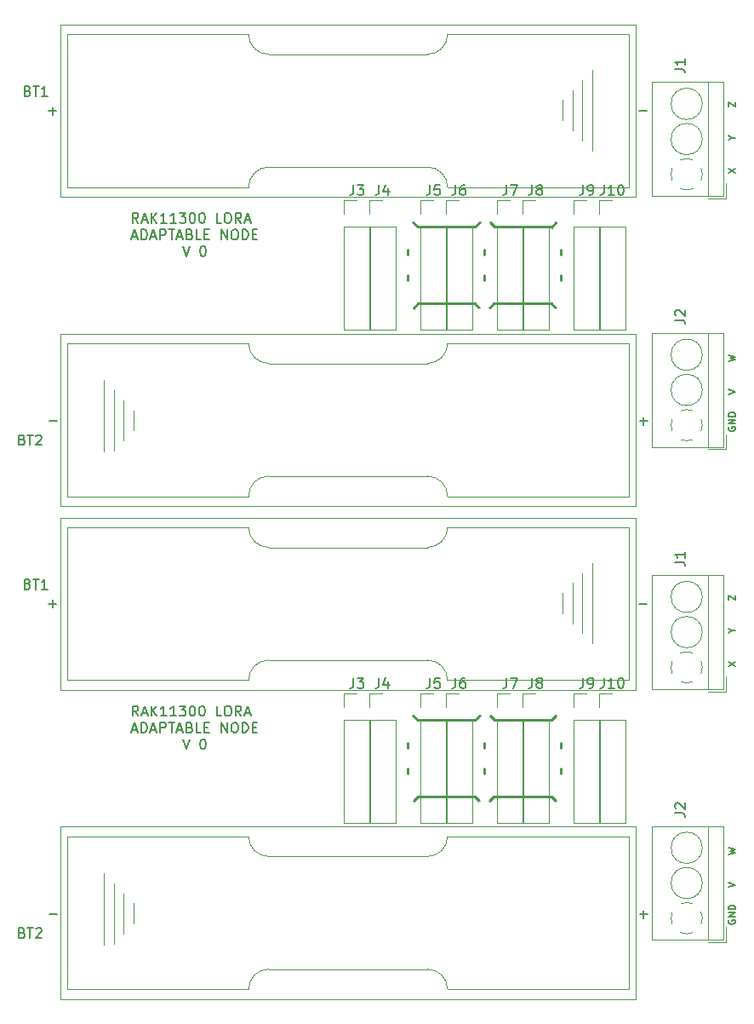
<source format=gbr>
G04 #@! TF.GenerationSoftware,KiCad,Pcbnew,5.1.5+dfsg1-2build2*
G04 #@! TF.CreationDate,2021-12-11T20:31:27-05:00*
G04 #@! TF.ProjectId,,58585858-5858-4585-9858-585858585858,rev?*
G04 #@! TF.SameCoordinates,Original*
G04 #@! TF.FileFunction,Legend,Top*
G04 #@! TF.FilePolarity,Positive*
%FSLAX46Y46*%
G04 Gerber Fmt 4.6, Leading zero omitted, Abs format (unit mm)*
G04 Created by KiCad (PCBNEW 5.1.5+dfsg1-2build2) date 2021-12-11 20:31:27*
%MOMM*%
%LPD*%
G04 APERTURE LIST*
%ADD10C,0.250000*%
%ADD11C,0.150000*%
%ADD12C,0.120000*%
%ADD13C,1.802000*%
%ADD14O,1.802000X1.802000*%
%ADD15R,2.502000X2.502000*%
%ADD16C,2.502000*%
%ADD17C,3.102000*%
%ADD18C,2.742000*%
%ADD19C,2.102000*%
%ADD20R,2.102000X2.102000*%
G04 APERTURE END LIST*
D10*
X163118800Y-115700400D02*
X157416500Y-115700400D01*
D11*
X180721866Y-110356433D02*
X181421866Y-109889766D01*
X180721866Y-109889766D02*
X181421866Y-110356433D01*
X181088533Y-106823100D02*
X181421866Y-106823100D01*
X180721866Y-107056433D02*
X181088533Y-106823100D01*
X180721866Y-106589766D01*
X180721866Y-103756433D02*
X180721866Y-103289766D01*
X181421866Y-103756433D01*
X181421866Y-103289766D01*
D10*
X163576000Y-123752200D02*
X163118800Y-123295000D01*
X156476700Y-117986400D02*
X156476700Y-118469000D01*
X149834600Y-123295000D02*
X149377400Y-123752200D01*
X155981400Y-115243200D02*
X155524200Y-115700400D01*
X157454600Y-115700400D02*
X156997400Y-115243200D01*
D11*
X122028652Y-115302880D02*
X121695319Y-114826690D01*
X121457223Y-115302880D02*
X121457223Y-114302880D01*
X121838176Y-114302880D01*
X121933414Y-114350500D01*
X121981033Y-114398119D01*
X122028652Y-114493357D01*
X122028652Y-114636214D01*
X121981033Y-114731452D01*
X121933414Y-114779071D01*
X121838176Y-114826690D01*
X121457223Y-114826690D01*
X122409604Y-115017166D02*
X122885795Y-115017166D01*
X122314366Y-115302880D02*
X122647700Y-114302880D01*
X122981033Y-115302880D01*
X123314366Y-115302880D02*
X123314366Y-114302880D01*
X123885795Y-115302880D02*
X123457223Y-114731452D01*
X123885795Y-114302880D02*
X123314366Y-114874309D01*
X124838176Y-115302880D02*
X124266747Y-115302880D01*
X124552461Y-115302880D02*
X124552461Y-114302880D01*
X124457223Y-114445738D01*
X124361985Y-114540976D01*
X124266747Y-114588595D01*
X125790557Y-115302880D02*
X125219128Y-115302880D01*
X125504842Y-115302880D02*
X125504842Y-114302880D01*
X125409604Y-114445738D01*
X125314366Y-114540976D01*
X125219128Y-114588595D01*
X126123890Y-114302880D02*
X126742938Y-114302880D01*
X126409604Y-114683833D01*
X126552461Y-114683833D01*
X126647700Y-114731452D01*
X126695319Y-114779071D01*
X126742938Y-114874309D01*
X126742938Y-115112404D01*
X126695319Y-115207642D01*
X126647700Y-115255261D01*
X126552461Y-115302880D01*
X126266747Y-115302880D01*
X126171509Y-115255261D01*
X126123890Y-115207642D01*
X127361985Y-114302880D02*
X127457223Y-114302880D01*
X127552461Y-114350500D01*
X127600080Y-114398119D01*
X127647700Y-114493357D01*
X127695319Y-114683833D01*
X127695319Y-114921928D01*
X127647700Y-115112404D01*
X127600080Y-115207642D01*
X127552461Y-115255261D01*
X127457223Y-115302880D01*
X127361985Y-115302880D01*
X127266747Y-115255261D01*
X127219128Y-115207642D01*
X127171509Y-115112404D01*
X127123890Y-114921928D01*
X127123890Y-114683833D01*
X127171509Y-114493357D01*
X127219128Y-114398119D01*
X127266747Y-114350500D01*
X127361985Y-114302880D01*
X128314366Y-114302880D02*
X128409604Y-114302880D01*
X128504842Y-114350500D01*
X128552461Y-114398119D01*
X128600080Y-114493357D01*
X128647700Y-114683833D01*
X128647700Y-114921928D01*
X128600080Y-115112404D01*
X128552461Y-115207642D01*
X128504842Y-115255261D01*
X128409604Y-115302880D01*
X128314366Y-115302880D01*
X128219128Y-115255261D01*
X128171509Y-115207642D01*
X128123890Y-115112404D01*
X128076271Y-114921928D01*
X128076271Y-114683833D01*
X128123890Y-114493357D01*
X128171509Y-114398119D01*
X128219128Y-114350500D01*
X128314366Y-114302880D01*
X130314366Y-115302880D02*
X129838176Y-115302880D01*
X129838176Y-114302880D01*
X130838176Y-114302880D02*
X131028652Y-114302880D01*
X131123890Y-114350500D01*
X131219128Y-114445738D01*
X131266747Y-114636214D01*
X131266747Y-114969547D01*
X131219128Y-115160023D01*
X131123890Y-115255261D01*
X131028652Y-115302880D01*
X130838176Y-115302880D01*
X130742938Y-115255261D01*
X130647700Y-115160023D01*
X130600080Y-114969547D01*
X130600080Y-114636214D01*
X130647700Y-114445738D01*
X130742938Y-114350500D01*
X130838176Y-114302880D01*
X132266747Y-115302880D02*
X131933414Y-114826690D01*
X131695319Y-115302880D02*
X131695319Y-114302880D01*
X132076271Y-114302880D01*
X132171509Y-114350500D01*
X132219128Y-114398119D01*
X132266747Y-114493357D01*
X132266747Y-114636214D01*
X132219128Y-114731452D01*
X132171509Y-114779071D01*
X132076271Y-114826690D01*
X131695319Y-114826690D01*
X132647700Y-115017166D02*
X133123890Y-115017166D01*
X132552461Y-115302880D02*
X132885795Y-114302880D01*
X133219128Y-115302880D01*
X121433414Y-116667166D02*
X121909604Y-116667166D01*
X121338176Y-116952880D02*
X121671509Y-115952880D01*
X122004842Y-116952880D01*
X122338176Y-116952880D02*
X122338176Y-115952880D01*
X122576271Y-115952880D01*
X122719128Y-116000500D01*
X122814366Y-116095738D01*
X122861985Y-116190976D01*
X122909604Y-116381452D01*
X122909604Y-116524309D01*
X122861985Y-116714785D01*
X122814366Y-116810023D01*
X122719128Y-116905261D01*
X122576271Y-116952880D01*
X122338176Y-116952880D01*
X123290557Y-116667166D02*
X123766747Y-116667166D01*
X123195319Y-116952880D02*
X123528652Y-115952880D01*
X123861985Y-116952880D01*
X124195319Y-116952880D02*
X124195319Y-115952880D01*
X124576271Y-115952880D01*
X124671509Y-116000500D01*
X124719128Y-116048119D01*
X124766747Y-116143357D01*
X124766747Y-116286214D01*
X124719128Y-116381452D01*
X124671509Y-116429071D01*
X124576271Y-116476690D01*
X124195319Y-116476690D01*
X125052461Y-115952880D02*
X125623890Y-115952880D01*
X125338176Y-116952880D02*
X125338176Y-115952880D01*
X125909604Y-116667166D02*
X126385795Y-116667166D01*
X125814366Y-116952880D02*
X126147700Y-115952880D01*
X126481033Y-116952880D01*
X127147700Y-116429071D02*
X127290557Y-116476690D01*
X127338176Y-116524309D01*
X127385795Y-116619547D01*
X127385795Y-116762404D01*
X127338176Y-116857642D01*
X127290557Y-116905261D01*
X127195319Y-116952880D01*
X126814366Y-116952880D01*
X126814366Y-115952880D01*
X127147700Y-115952880D01*
X127242938Y-116000500D01*
X127290557Y-116048119D01*
X127338176Y-116143357D01*
X127338176Y-116238595D01*
X127290557Y-116333833D01*
X127242938Y-116381452D01*
X127147700Y-116429071D01*
X126814366Y-116429071D01*
X128290557Y-116952880D02*
X127814366Y-116952880D01*
X127814366Y-115952880D01*
X128623890Y-116429071D02*
X128957223Y-116429071D01*
X129100080Y-116952880D02*
X128623890Y-116952880D01*
X128623890Y-115952880D01*
X129100080Y-115952880D01*
X130290557Y-116952880D02*
X130290557Y-115952880D01*
X130861985Y-116952880D01*
X130861985Y-115952880D01*
X131528652Y-115952880D02*
X131719128Y-115952880D01*
X131814366Y-116000500D01*
X131909604Y-116095738D01*
X131957223Y-116286214D01*
X131957223Y-116619547D01*
X131909604Y-116810023D01*
X131814366Y-116905261D01*
X131719128Y-116952880D01*
X131528652Y-116952880D01*
X131433414Y-116905261D01*
X131338176Y-116810023D01*
X131290557Y-116619547D01*
X131290557Y-116286214D01*
X131338176Y-116095738D01*
X131433414Y-116000500D01*
X131528652Y-115952880D01*
X132385795Y-116952880D02*
X132385795Y-115952880D01*
X132623890Y-115952880D01*
X132766747Y-116000500D01*
X132861985Y-116095738D01*
X132909604Y-116190976D01*
X132957223Y-116381452D01*
X132957223Y-116524309D01*
X132909604Y-116714785D01*
X132861985Y-116810023D01*
X132766747Y-116905261D01*
X132623890Y-116952880D01*
X132385795Y-116952880D01*
X133385795Y-116429071D02*
X133719128Y-116429071D01*
X133861985Y-116952880D02*
X133385795Y-116952880D01*
X133385795Y-115952880D01*
X133861985Y-115952880D01*
X126457223Y-117602880D02*
X126790557Y-118602880D01*
X127123890Y-117602880D01*
X128409604Y-117602880D02*
X128504842Y-117602880D01*
X128600080Y-117650500D01*
X128647700Y-117698119D01*
X128695319Y-117793357D01*
X128742938Y-117983833D01*
X128742938Y-118221928D01*
X128695319Y-118412404D01*
X128647700Y-118507642D01*
X128600080Y-118555261D01*
X128504842Y-118602880D01*
X128409604Y-118602880D01*
X128314366Y-118555261D01*
X128266747Y-118507642D01*
X128219128Y-118412404D01*
X128171509Y-118221928D01*
X128171509Y-117983833D01*
X128219128Y-117793357D01*
X128266747Y-117698119D01*
X128314366Y-117650500D01*
X128409604Y-117602880D01*
D10*
X156476700Y-120526400D02*
X156476700Y-121009000D01*
X164096700Y-120513700D02*
X164096700Y-120996300D01*
X155524200Y-123295000D02*
X149821900Y-123295000D01*
X148856700Y-117973700D02*
X148856700Y-118456300D01*
X163550600Y-115268600D02*
X163093400Y-115725800D01*
X148856700Y-120513700D02*
X148856700Y-120996300D01*
X155968700Y-123752200D02*
X155511500Y-123295000D01*
X149809200Y-115700400D02*
X149352000Y-115243200D01*
X155536900Y-115700400D02*
X149834600Y-115700400D01*
X157416500Y-123295000D02*
X156959300Y-123752200D01*
D11*
X180755200Y-135589766D02*
X180721866Y-135656433D01*
X180721866Y-135756433D01*
X180755200Y-135856433D01*
X180821866Y-135923100D01*
X180888533Y-135956433D01*
X181021866Y-135989766D01*
X181121866Y-135989766D01*
X181255200Y-135956433D01*
X181321866Y-135923100D01*
X181388533Y-135856433D01*
X181421866Y-135756433D01*
X181421866Y-135689766D01*
X181388533Y-135589766D01*
X181355200Y-135556433D01*
X181121866Y-135556433D01*
X181121866Y-135689766D01*
X181421866Y-135256433D02*
X180721866Y-135256433D01*
X181421866Y-134856433D01*
X180721866Y-134856433D01*
X181421866Y-134523100D02*
X180721866Y-134523100D01*
X180721866Y-134356433D01*
X180755200Y-134256433D01*
X180821866Y-134189766D01*
X180888533Y-134156433D01*
X181021866Y-134123100D01*
X181121866Y-134123100D01*
X181255200Y-134156433D01*
X181321866Y-134189766D01*
X181388533Y-134256433D01*
X181421866Y-134356433D01*
X181421866Y-134523100D01*
X180721866Y-132323100D02*
X181421866Y-132089766D01*
X180721866Y-131856433D01*
X180721866Y-129023100D02*
X181421866Y-128856433D01*
X180921866Y-128723100D01*
X181421866Y-128589766D01*
X180721866Y-128423100D01*
D10*
X163131500Y-123295000D02*
X157429200Y-123295000D01*
X164096700Y-117973700D02*
X164096700Y-118456300D01*
X157454600Y-66700400D02*
X156997400Y-66243200D01*
X163550600Y-66268600D02*
X163093400Y-66725800D01*
X163118800Y-66700400D02*
X157416500Y-66700400D01*
X155981400Y-66243200D02*
X155524200Y-66700400D01*
X155536900Y-66700400D02*
X149834600Y-66700400D01*
X149809200Y-66700400D02*
X149352000Y-66243200D01*
X163576000Y-74752200D02*
X163118800Y-74295000D01*
X155968700Y-74752200D02*
X155511500Y-74295000D01*
X157416500Y-74295000D02*
X156959300Y-74752200D01*
X149834600Y-74295000D02*
X149377400Y-74752200D01*
X163131500Y-74295000D02*
X157429200Y-74295000D01*
X155524200Y-74295000D02*
X149821900Y-74295000D01*
X164096700Y-71513700D02*
X164096700Y-71996300D01*
X164096700Y-68973700D02*
X164096700Y-69456300D01*
X156476700Y-71526400D02*
X156476700Y-72009000D01*
X156476700Y-68986400D02*
X156476700Y-69469000D01*
X148856700Y-71513700D02*
X148856700Y-71996300D01*
X148856700Y-68973700D02*
X148856700Y-69456300D01*
D11*
X180755200Y-86589766D02*
X180721866Y-86656433D01*
X180721866Y-86756433D01*
X180755200Y-86856433D01*
X180821866Y-86923100D01*
X180888533Y-86956433D01*
X181021866Y-86989766D01*
X181121866Y-86989766D01*
X181255200Y-86956433D01*
X181321866Y-86923100D01*
X181388533Y-86856433D01*
X181421866Y-86756433D01*
X181421866Y-86689766D01*
X181388533Y-86589766D01*
X181355200Y-86556433D01*
X181121866Y-86556433D01*
X181121866Y-86689766D01*
X181421866Y-86256433D02*
X180721866Y-86256433D01*
X181421866Y-85856433D01*
X180721866Y-85856433D01*
X181421866Y-85523100D02*
X180721866Y-85523100D01*
X180721866Y-85356433D01*
X180755200Y-85256433D01*
X180821866Y-85189766D01*
X180888533Y-85156433D01*
X181021866Y-85123100D01*
X181121866Y-85123100D01*
X181255200Y-85156433D01*
X181321866Y-85189766D01*
X181388533Y-85256433D01*
X181421866Y-85356433D01*
X181421866Y-85523100D01*
X180721866Y-83323100D02*
X181421866Y-83089766D01*
X180721866Y-82856433D01*
X180721866Y-80023100D02*
X181421866Y-79856433D01*
X180921866Y-79723100D01*
X181421866Y-79589766D01*
X180721866Y-79423100D01*
X180721866Y-61356433D02*
X181421866Y-60889766D01*
X180721866Y-60889766D02*
X181421866Y-61356433D01*
X181088533Y-57823100D02*
X181421866Y-57823100D01*
X180721866Y-58056433D02*
X181088533Y-57823100D01*
X180721866Y-57589766D01*
X180721866Y-54756433D02*
X180721866Y-54289766D01*
X181421866Y-54756433D01*
X181421866Y-54289766D01*
X122028652Y-66302880D02*
X121695319Y-65826690D01*
X121457223Y-66302880D02*
X121457223Y-65302880D01*
X121838176Y-65302880D01*
X121933414Y-65350500D01*
X121981033Y-65398119D01*
X122028652Y-65493357D01*
X122028652Y-65636214D01*
X121981033Y-65731452D01*
X121933414Y-65779071D01*
X121838176Y-65826690D01*
X121457223Y-65826690D01*
X122409604Y-66017166D02*
X122885795Y-66017166D01*
X122314366Y-66302880D02*
X122647700Y-65302880D01*
X122981033Y-66302880D01*
X123314366Y-66302880D02*
X123314366Y-65302880D01*
X123885795Y-66302880D02*
X123457223Y-65731452D01*
X123885795Y-65302880D02*
X123314366Y-65874309D01*
X124838176Y-66302880D02*
X124266747Y-66302880D01*
X124552461Y-66302880D02*
X124552461Y-65302880D01*
X124457223Y-65445738D01*
X124361985Y-65540976D01*
X124266747Y-65588595D01*
X125790557Y-66302880D02*
X125219128Y-66302880D01*
X125504842Y-66302880D02*
X125504842Y-65302880D01*
X125409604Y-65445738D01*
X125314366Y-65540976D01*
X125219128Y-65588595D01*
X126123890Y-65302880D02*
X126742938Y-65302880D01*
X126409604Y-65683833D01*
X126552461Y-65683833D01*
X126647700Y-65731452D01*
X126695319Y-65779071D01*
X126742938Y-65874309D01*
X126742938Y-66112404D01*
X126695319Y-66207642D01*
X126647700Y-66255261D01*
X126552461Y-66302880D01*
X126266747Y-66302880D01*
X126171509Y-66255261D01*
X126123890Y-66207642D01*
X127361985Y-65302880D02*
X127457223Y-65302880D01*
X127552461Y-65350500D01*
X127600080Y-65398119D01*
X127647700Y-65493357D01*
X127695319Y-65683833D01*
X127695319Y-65921928D01*
X127647700Y-66112404D01*
X127600080Y-66207642D01*
X127552461Y-66255261D01*
X127457223Y-66302880D01*
X127361985Y-66302880D01*
X127266747Y-66255261D01*
X127219128Y-66207642D01*
X127171509Y-66112404D01*
X127123890Y-65921928D01*
X127123890Y-65683833D01*
X127171509Y-65493357D01*
X127219128Y-65398119D01*
X127266747Y-65350500D01*
X127361985Y-65302880D01*
X128314366Y-65302880D02*
X128409604Y-65302880D01*
X128504842Y-65350500D01*
X128552461Y-65398119D01*
X128600080Y-65493357D01*
X128647700Y-65683833D01*
X128647700Y-65921928D01*
X128600080Y-66112404D01*
X128552461Y-66207642D01*
X128504842Y-66255261D01*
X128409604Y-66302880D01*
X128314366Y-66302880D01*
X128219128Y-66255261D01*
X128171509Y-66207642D01*
X128123890Y-66112404D01*
X128076271Y-65921928D01*
X128076271Y-65683833D01*
X128123890Y-65493357D01*
X128171509Y-65398119D01*
X128219128Y-65350500D01*
X128314366Y-65302880D01*
X130314366Y-66302880D02*
X129838176Y-66302880D01*
X129838176Y-65302880D01*
X130838176Y-65302880D02*
X131028652Y-65302880D01*
X131123890Y-65350500D01*
X131219128Y-65445738D01*
X131266747Y-65636214D01*
X131266747Y-65969547D01*
X131219128Y-66160023D01*
X131123890Y-66255261D01*
X131028652Y-66302880D01*
X130838176Y-66302880D01*
X130742938Y-66255261D01*
X130647700Y-66160023D01*
X130600080Y-65969547D01*
X130600080Y-65636214D01*
X130647700Y-65445738D01*
X130742938Y-65350500D01*
X130838176Y-65302880D01*
X132266747Y-66302880D02*
X131933414Y-65826690D01*
X131695319Y-66302880D02*
X131695319Y-65302880D01*
X132076271Y-65302880D01*
X132171509Y-65350500D01*
X132219128Y-65398119D01*
X132266747Y-65493357D01*
X132266747Y-65636214D01*
X132219128Y-65731452D01*
X132171509Y-65779071D01*
X132076271Y-65826690D01*
X131695319Y-65826690D01*
X132647700Y-66017166D02*
X133123890Y-66017166D01*
X132552461Y-66302880D02*
X132885795Y-65302880D01*
X133219128Y-66302880D01*
X121433414Y-67667166D02*
X121909604Y-67667166D01*
X121338176Y-67952880D02*
X121671509Y-66952880D01*
X122004842Y-67952880D01*
X122338176Y-67952880D02*
X122338176Y-66952880D01*
X122576271Y-66952880D01*
X122719128Y-67000500D01*
X122814366Y-67095738D01*
X122861985Y-67190976D01*
X122909604Y-67381452D01*
X122909604Y-67524309D01*
X122861985Y-67714785D01*
X122814366Y-67810023D01*
X122719128Y-67905261D01*
X122576271Y-67952880D01*
X122338176Y-67952880D01*
X123290557Y-67667166D02*
X123766747Y-67667166D01*
X123195319Y-67952880D02*
X123528652Y-66952880D01*
X123861985Y-67952880D01*
X124195319Y-67952880D02*
X124195319Y-66952880D01*
X124576271Y-66952880D01*
X124671509Y-67000500D01*
X124719128Y-67048119D01*
X124766747Y-67143357D01*
X124766747Y-67286214D01*
X124719128Y-67381452D01*
X124671509Y-67429071D01*
X124576271Y-67476690D01*
X124195319Y-67476690D01*
X125052461Y-66952880D02*
X125623890Y-66952880D01*
X125338176Y-67952880D02*
X125338176Y-66952880D01*
X125909604Y-67667166D02*
X126385795Y-67667166D01*
X125814366Y-67952880D02*
X126147700Y-66952880D01*
X126481033Y-67952880D01*
X127147700Y-67429071D02*
X127290557Y-67476690D01*
X127338176Y-67524309D01*
X127385795Y-67619547D01*
X127385795Y-67762404D01*
X127338176Y-67857642D01*
X127290557Y-67905261D01*
X127195319Y-67952880D01*
X126814366Y-67952880D01*
X126814366Y-66952880D01*
X127147700Y-66952880D01*
X127242938Y-67000500D01*
X127290557Y-67048119D01*
X127338176Y-67143357D01*
X127338176Y-67238595D01*
X127290557Y-67333833D01*
X127242938Y-67381452D01*
X127147700Y-67429071D01*
X126814366Y-67429071D01*
X128290557Y-67952880D02*
X127814366Y-67952880D01*
X127814366Y-66952880D01*
X128623890Y-67429071D02*
X128957223Y-67429071D01*
X129100080Y-67952880D02*
X128623890Y-67952880D01*
X128623890Y-66952880D01*
X129100080Y-66952880D01*
X130290557Y-67952880D02*
X130290557Y-66952880D01*
X130861985Y-67952880D01*
X130861985Y-66952880D01*
X131528652Y-66952880D02*
X131719128Y-66952880D01*
X131814366Y-67000500D01*
X131909604Y-67095738D01*
X131957223Y-67286214D01*
X131957223Y-67619547D01*
X131909604Y-67810023D01*
X131814366Y-67905261D01*
X131719128Y-67952880D01*
X131528652Y-67952880D01*
X131433414Y-67905261D01*
X131338176Y-67810023D01*
X131290557Y-67619547D01*
X131290557Y-67286214D01*
X131338176Y-67095738D01*
X131433414Y-67000500D01*
X131528652Y-66952880D01*
X132385795Y-67952880D02*
X132385795Y-66952880D01*
X132623890Y-66952880D01*
X132766747Y-67000500D01*
X132861985Y-67095738D01*
X132909604Y-67190976D01*
X132957223Y-67381452D01*
X132957223Y-67524309D01*
X132909604Y-67714785D01*
X132861985Y-67810023D01*
X132766747Y-67905261D01*
X132623890Y-67952880D01*
X132385795Y-67952880D01*
X133385795Y-67429071D02*
X133719128Y-67429071D01*
X133861985Y-67952880D02*
X133385795Y-67952880D01*
X133385795Y-66952880D01*
X133861985Y-66952880D01*
X126457223Y-68602880D02*
X126790557Y-69602880D01*
X127123890Y-68602880D01*
X128409604Y-68602880D02*
X128504842Y-68602880D01*
X128600080Y-68650500D01*
X128647700Y-68698119D01*
X128695319Y-68793357D01*
X128742938Y-68983833D01*
X128742938Y-69221928D01*
X128695319Y-69412404D01*
X128647700Y-69507642D01*
X128600080Y-69555261D01*
X128504842Y-69602880D01*
X128409604Y-69602880D01*
X128314366Y-69555261D01*
X128266747Y-69507642D01*
X128219128Y-69412404D01*
X128171509Y-69221928D01*
X128171509Y-68983833D01*
X128219128Y-68793357D01*
X128266747Y-68698119D01*
X128314366Y-68650500D01*
X128409604Y-68602880D01*
D12*
X152605200Y-125898100D02*
X155265200Y-125898100D01*
X152605200Y-115678100D02*
X152605200Y-125898100D01*
X155265200Y-115678100D02*
X155265200Y-125898100D01*
X152605200Y-115678100D02*
X155265200Y-115678100D01*
X152605200Y-114408100D02*
X152605200Y-113078100D01*
X152605200Y-113078100D02*
X153935200Y-113078100D01*
X178021585Y-134790513D02*
G75*
G02X178145200Y-135398100I-1431385J-607587D01*
G01*
X175982458Y-133965991D02*
G75*
G02X177198200Y-133966100I607742J-1432109D01*
G01*
X175158091Y-136005842D02*
G75*
G02X175158200Y-134790100I1432109J607742D01*
G01*
X177197942Y-136830209D02*
G75*
G02X175982200Y-136830100I-607742J1432109D01*
G01*
X178145692Y-135371089D02*
G75*
G02X178022200Y-136006100I-1555492J-27011D01*
G01*
X178145200Y-131898100D02*
G75*
G03X178145200Y-131898100I-1555000J0D01*
G01*
X178145200Y-128398100D02*
G75*
G03X178145200Y-128398100I-1555000J0D01*
G01*
X178690200Y-137558100D02*
X178690200Y-126238100D01*
X173130200Y-137558100D02*
X173130200Y-126238100D01*
X180250200Y-137558100D02*
X180250200Y-126238100D01*
X173130200Y-137558100D02*
X180250200Y-137558100D01*
X173130200Y-126238100D02*
X180250200Y-126238100D01*
X178750200Y-137798100D02*
X180490200Y-137798100D01*
X180490200Y-137798100D02*
X180490200Y-136298100D01*
X142445200Y-125898100D02*
X145105200Y-125898100D01*
X142445200Y-115678100D02*
X142445200Y-125898100D01*
X145105200Y-115678100D02*
X145105200Y-125898100D01*
X142445200Y-115678100D02*
X145105200Y-115678100D01*
X142445200Y-114408100D02*
X142445200Y-113078100D01*
X142445200Y-113078100D02*
X143775200Y-113078100D01*
X135000200Y-129263100D02*
X150800200Y-129263100D01*
X150800200Y-140463100D02*
X135000200Y-140463100D01*
X150800200Y-140463100D02*
G75*
G02X152800200Y-142463100I0J-2000000D01*
G01*
X133000200Y-142463100D02*
G75*
G02X135000200Y-140463100I2000000J0D01*
G01*
X135000200Y-129263100D02*
G75*
G02X133000200Y-127263100I0J2000000D01*
G01*
X152800200Y-127263100D02*
G75*
G02X150800200Y-129263100I-2000000J0D01*
G01*
X133000200Y-127263100D02*
X115000200Y-127263100D01*
X133000200Y-142463100D02*
X115000200Y-142463100D01*
X170800200Y-142463100D02*
X152800200Y-142463100D01*
X115000200Y-142463100D02*
X115000200Y-127263100D01*
X170800200Y-127263100D02*
X152800200Y-127263100D01*
X170800200Y-142463100D02*
X170800200Y-127263100D01*
X171520200Y-143428100D02*
X114280200Y-143428100D01*
X171520200Y-126298100D02*
X171520200Y-143428100D01*
X114280200Y-126298100D02*
X171520200Y-126298100D01*
X114280200Y-143428100D02*
X114280200Y-126298100D01*
X121590200Y-135923100D02*
X121590200Y-133923100D01*
X118590200Y-138923100D02*
X118590200Y-130923100D01*
X119590200Y-131923100D02*
X119590200Y-137923100D01*
X120590200Y-136923100D02*
X120590200Y-132923100D01*
X165305200Y-125898100D02*
X167965200Y-125898100D01*
X165305200Y-115678100D02*
X165305200Y-125898100D01*
X167965200Y-115678100D02*
X167965200Y-125898100D01*
X165305200Y-115678100D02*
X167965200Y-115678100D01*
X165305200Y-114408100D02*
X165305200Y-113078100D01*
X165305200Y-113078100D02*
X166635200Y-113078100D01*
X160225200Y-125898100D02*
X162885200Y-125898100D01*
X160225200Y-115678100D02*
X160225200Y-125898100D01*
X162885200Y-115678100D02*
X162885200Y-125898100D01*
X160225200Y-115678100D02*
X162885200Y-115678100D01*
X160225200Y-114408100D02*
X160225200Y-113078100D01*
X160225200Y-113078100D02*
X161555200Y-113078100D01*
X150800200Y-109748100D02*
X135000200Y-109748100D01*
X135000200Y-98548100D02*
X150800200Y-98548100D01*
X135000200Y-98548100D02*
G75*
G02X133000200Y-96548100I0J2000000D01*
G01*
X152800200Y-96548100D02*
G75*
G02X150800200Y-98548100I-2000000J0D01*
G01*
X150800200Y-109748100D02*
G75*
G02X152800200Y-111748100I0J-2000000D01*
G01*
X133000200Y-111748100D02*
G75*
G02X135000200Y-109748100I2000000J0D01*
G01*
X152800200Y-111748100D02*
X170800200Y-111748100D01*
X152800200Y-96548100D02*
X170800200Y-96548100D01*
X115000200Y-96548100D02*
X133000200Y-96548100D01*
X170800200Y-96548100D02*
X170800200Y-111748100D01*
X115000200Y-111748100D02*
X133000200Y-111748100D01*
X115000200Y-96548100D02*
X115000200Y-111748100D01*
X114280200Y-95583100D02*
X171520200Y-95583100D01*
X114280200Y-112713100D02*
X114280200Y-95583100D01*
X171520200Y-112713100D02*
X114280200Y-112713100D01*
X171520200Y-95583100D02*
X171520200Y-112713100D01*
X164210200Y-103088100D02*
X164210200Y-105088100D01*
X167210200Y-100088100D02*
X167210200Y-108088100D01*
X166210200Y-107088100D02*
X166210200Y-101088100D01*
X165210200Y-102088100D02*
X165210200Y-106088100D01*
X167845200Y-125898100D02*
X170505200Y-125898100D01*
X167845200Y-115678100D02*
X167845200Y-125898100D01*
X170505200Y-115678100D02*
X170505200Y-125898100D01*
X167845200Y-115678100D02*
X170505200Y-115678100D01*
X167845200Y-114408100D02*
X167845200Y-113078100D01*
X167845200Y-113078100D02*
X169175200Y-113078100D01*
X150065200Y-125898100D02*
X152725200Y-125898100D01*
X150065200Y-115678100D02*
X150065200Y-125898100D01*
X152725200Y-115678100D02*
X152725200Y-125898100D01*
X150065200Y-115678100D02*
X152725200Y-115678100D01*
X150065200Y-114408100D02*
X150065200Y-113078100D01*
X150065200Y-113078100D02*
X151395200Y-113078100D01*
X144985200Y-125898100D02*
X147645200Y-125898100D01*
X144985200Y-115678100D02*
X144985200Y-125898100D01*
X147645200Y-115678100D02*
X147645200Y-125898100D01*
X144985200Y-115678100D02*
X147645200Y-115678100D01*
X144985200Y-114408100D02*
X144985200Y-113078100D01*
X144985200Y-113078100D02*
X146315200Y-113078100D01*
X178021585Y-109855513D02*
G75*
G02X178145200Y-110463100I-1431385J-607587D01*
G01*
X175982458Y-109030991D02*
G75*
G02X177198200Y-109031100I607742J-1432109D01*
G01*
X175158091Y-111070842D02*
G75*
G02X175158200Y-109855100I1432109J607742D01*
G01*
X177197942Y-111895209D02*
G75*
G02X175982200Y-111895100I-607742J1432109D01*
G01*
X178145692Y-110436089D02*
G75*
G02X178022200Y-111071100I-1555492J-27011D01*
G01*
X178145200Y-106963100D02*
G75*
G03X178145200Y-106963100I-1555000J0D01*
G01*
X178145200Y-103463100D02*
G75*
G03X178145200Y-103463100I-1555000J0D01*
G01*
X178690200Y-112623100D02*
X178690200Y-101303100D01*
X173130200Y-112623100D02*
X173130200Y-101303100D01*
X180250200Y-112623100D02*
X180250200Y-101303100D01*
X173130200Y-112623100D02*
X180250200Y-112623100D01*
X173130200Y-101303100D02*
X180250200Y-101303100D01*
X178750200Y-112863100D02*
X180490200Y-112863100D01*
X180490200Y-112863100D02*
X180490200Y-111363100D01*
X157685200Y-125898100D02*
X160345200Y-125898100D01*
X157685200Y-115678100D02*
X157685200Y-125898100D01*
X160345200Y-115678100D02*
X160345200Y-125898100D01*
X157685200Y-115678100D02*
X160345200Y-115678100D01*
X157685200Y-114408100D02*
X157685200Y-113078100D01*
X157685200Y-113078100D02*
X159015200Y-113078100D01*
X120590200Y-87923100D02*
X120590200Y-83923100D01*
X119590200Y-82923100D02*
X119590200Y-88923100D01*
X118590200Y-89923100D02*
X118590200Y-81923100D01*
X121590200Y-86923100D02*
X121590200Y-84923100D01*
X114280200Y-94428100D02*
X114280200Y-77298100D01*
X114280200Y-77298100D02*
X171520200Y-77298100D01*
X171520200Y-77298100D02*
X171520200Y-94428100D01*
X171520200Y-94428100D02*
X114280200Y-94428100D01*
X170800200Y-93463100D02*
X170800200Y-78263100D01*
X170800200Y-78263100D02*
X152800200Y-78263100D01*
X115000200Y-93463100D02*
X115000200Y-78263100D01*
X170800200Y-93463100D02*
X152800200Y-93463100D01*
X133000200Y-93463100D02*
X115000200Y-93463100D01*
X133000200Y-78263100D02*
X115000200Y-78263100D01*
X152800200Y-78263100D02*
G75*
G02X150800200Y-80263100I-2000000J0D01*
G01*
X135000200Y-80263100D02*
G75*
G02X133000200Y-78263100I0J2000000D01*
G01*
X133000200Y-93463100D02*
G75*
G02X135000200Y-91463100I2000000J0D01*
G01*
X150800200Y-91463100D02*
G75*
G02X152800200Y-93463100I0J-2000000D01*
G01*
X150800200Y-91463100D02*
X135000200Y-91463100D01*
X135000200Y-80263100D02*
X150800200Y-80263100D01*
X165305200Y-64078100D02*
X166635200Y-64078100D01*
X165305200Y-65408100D02*
X165305200Y-64078100D01*
X165305200Y-66678100D02*
X167965200Y-66678100D01*
X167965200Y-66678100D02*
X167965200Y-76898100D01*
X165305200Y-66678100D02*
X165305200Y-76898100D01*
X165305200Y-76898100D02*
X167965200Y-76898100D01*
X160225200Y-64078100D02*
X161555200Y-64078100D01*
X160225200Y-65408100D02*
X160225200Y-64078100D01*
X160225200Y-66678100D02*
X162885200Y-66678100D01*
X162885200Y-66678100D02*
X162885200Y-76898100D01*
X160225200Y-66678100D02*
X160225200Y-76898100D01*
X160225200Y-76898100D02*
X162885200Y-76898100D01*
X157685200Y-64078100D02*
X159015200Y-64078100D01*
X157685200Y-65408100D02*
X157685200Y-64078100D01*
X157685200Y-66678100D02*
X160345200Y-66678100D01*
X160345200Y-66678100D02*
X160345200Y-76898100D01*
X157685200Y-66678100D02*
X157685200Y-76898100D01*
X157685200Y-76898100D02*
X160345200Y-76898100D01*
X152605200Y-64078100D02*
X153935200Y-64078100D01*
X152605200Y-65408100D02*
X152605200Y-64078100D01*
X152605200Y-66678100D02*
X155265200Y-66678100D01*
X155265200Y-66678100D02*
X155265200Y-76898100D01*
X152605200Y-66678100D02*
X152605200Y-76898100D01*
X152605200Y-76898100D02*
X155265200Y-76898100D01*
X150065200Y-64078100D02*
X151395200Y-64078100D01*
X150065200Y-65408100D02*
X150065200Y-64078100D01*
X150065200Y-66678100D02*
X152725200Y-66678100D01*
X152725200Y-66678100D02*
X152725200Y-76898100D01*
X150065200Y-66678100D02*
X150065200Y-76898100D01*
X150065200Y-76898100D02*
X152725200Y-76898100D01*
X144985200Y-64078100D02*
X146315200Y-64078100D01*
X144985200Y-65408100D02*
X144985200Y-64078100D01*
X144985200Y-66678100D02*
X147645200Y-66678100D01*
X147645200Y-66678100D02*
X147645200Y-76898100D01*
X144985200Y-66678100D02*
X144985200Y-76898100D01*
X144985200Y-76898100D02*
X147645200Y-76898100D01*
X142445200Y-64078100D02*
X143775200Y-64078100D01*
X142445200Y-65408100D02*
X142445200Y-64078100D01*
X142445200Y-66678100D02*
X145105200Y-66678100D01*
X145105200Y-66678100D02*
X145105200Y-76898100D01*
X142445200Y-66678100D02*
X142445200Y-76898100D01*
X142445200Y-76898100D02*
X145105200Y-76898100D01*
X167845200Y-64078100D02*
X169175200Y-64078100D01*
X167845200Y-65408100D02*
X167845200Y-64078100D01*
X167845200Y-66678100D02*
X170505200Y-66678100D01*
X170505200Y-66678100D02*
X170505200Y-76898100D01*
X167845200Y-66678100D02*
X167845200Y-76898100D01*
X167845200Y-76898100D02*
X170505200Y-76898100D01*
X180490200Y-63863100D02*
X180490200Y-62363100D01*
X178750200Y-63863100D02*
X180490200Y-63863100D01*
X173130200Y-52303100D02*
X180250200Y-52303100D01*
X173130200Y-63623100D02*
X180250200Y-63623100D01*
X180250200Y-63623100D02*
X180250200Y-52303100D01*
X173130200Y-63623100D02*
X173130200Y-52303100D01*
X178690200Y-63623100D02*
X178690200Y-52303100D01*
X178145200Y-54463100D02*
G75*
G03X178145200Y-54463100I-1555000J0D01*
G01*
X178145200Y-57963100D02*
G75*
G03X178145200Y-57963100I-1555000J0D01*
G01*
X178145692Y-61436089D02*
G75*
G02X178022200Y-62071100I-1555492J-27011D01*
G01*
X177197942Y-62895209D02*
G75*
G02X175982200Y-62895100I-607742J1432109D01*
G01*
X175158091Y-62070842D02*
G75*
G02X175158200Y-60855100I1432109J607742D01*
G01*
X175982458Y-60030991D02*
G75*
G02X177198200Y-60031100I607742J-1432109D01*
G01*
X178021585Y-60855513D02*
G75*
G02X178145200Y-61463100I-1431385J-607587D01*
G01*
X165210200Y-53088100D02*
X165210200Y-57088100D01*
X166210200Y-58088100D02*
X166210200Y-52088100D01*
X167210200Y-51088100D02*
X167210200Y-59088100D01*
X164210200Y-54088100D02*
X164210200Y-56088100D01*
X171520200Y-46583100D02*
X171520200Y-63713100D01*
X171520200Y-63713100D02*
X114280200Y-63713100D01*
X114280200Y-63713100D02*
X114280200Y-46583100D01*
X114280200Y-46583100D02*
X171520200Y-46583100D01*
X115000200Y-47548100D02*
X115000200Y-62748100D01*
X115000200Y-62748100D02*
X133000200Y-62748100D01*
X170800200Y-47548100D02*
X170800200Y-62748100D01*
X115000200Y-47548100D02*
X133000200Y-47548100D01*
X152800200Y-47548100D02*
X170800200Y-47548100D01*
X152800200Y-62748100D02*
X170800200Y-62748100D01*
X133000200Y-62748100D02*
G75*
G02X135000200Y-60748100I2000000J0D01*
G01*
X150800200Y-60748100D02*
G75*
G02X152800200Y-62748100I0J-2000000D01*
G01*
X152800200Y-47548100D02*
G75*
G02X150800200Y-49548100I-2000000J0D01*
G01*
X135000200Y-49548100D02*
G75*
G02X133000200Y-47548100I0J2000000D01*
G01*
X135000200Y-49548100D02*
X150800200Y-49548100D01*
X150800200Y-60748100D02*
X135000200Y-60748100D01*
X180490200Y-88798100D02*
X180490200Y-87298100D01*
X178750200Y-88798100D02*
X180490200Y-88798100D01*
X173130200Y-77238100D02*
X180250200Y-77238100D01*
X173130200Y-88558100D02*
X180250200Y-88558100D01*
X180250200Y-88558100D02*
X180250200Y-77238100D01*
X173130200Y-88558100D02*
X173130200Y-77238100D01*
X178690200Y-88558100D02*
X178690200Y-77238100D01*
X178145200Y-79398100D02*
G75*
G03X178145200Y-79398100I-1555000J0D01*
G01*
X178145200Y-82898100D02*
G75*
G03X178145200Y-82898100I-1555000J0D01*
G01*
X178145692Y-86371089D02*
G75*
G02X178022200Y-87006100I-1555492J-27011D01*
G01*
X177197942Y-87830209D02*
G75*
G02X175982200Y-87830100I-607742J1432109D01*
G01*
X175158091Y-87005842D02*
G75*
G02X175158200Y-85790100I1432109J607742D01*
G01*
X175982458Y-84965991D02*
G75*
G02X177198200Y-84966100I607742J-1432109D01*
G01*
X178021585Y-85790513D02*
G75*
G02X178145200Y-86398100I-1431385J-607587D01*
G01*
D11*
X153601866Y-111530480D02*
X153601866Y-112244766D01*
X153554247Y-112387623D01*
X153459009Y-112482861D01*
X153316152Y-112530480D01*
X153220914Y-112530480D01*
X154506628Y-111530480D02*
X154316152Y-111530480D01*
X154220914Y-111578100D01*
X154173295Y-111625719D01*
X154078057Y-111768576D01*
X154030438Y-111959052D01*
X154030438Y-112340004D01*
X154078057Y-112435242D01*
X154125676Y-112482861D01*
X154220914Y-112530480D01*
X154411390Y-112530480D01*
X154506628Y-112482861D01*
X154554247Y-112435242D01*
X154601866Y-112340004D01*
X154601866Y-112101909D01*
X154554247Y-112006671D01*
X154506628Y-111959052D01*
X154411390Y-111911433D01*
X154220914Y-111911433D01*
X154125676Y-111959052D01*
X154078057Y-112006671D01*
X154030438Y-112101909D01*
X175407580Y-124936433D02*
X176121866Y-124936433D01*
X176264723Y-124984052D01*
X176359961Y-125079290D01*
X176407580Y-125222147D01*
X176407580Y-125317385D01*
X175502819Y-124507861D02*
X175455200Y-124460242D01*
X175407580Y-124365004D01*
X175407580Y-124126909D01*
X175455200Y-124031671D01*
X175502819Y-123984052D01*
X175598057Y-123936433D01*
X175693295Y-123936433D01*
X175836152Y-123984052D01*
X176407580Y-124555480D01*
X176407580Y-123936433D01*
X143441866Y-111530480D02*
X143441866Y-112244766D01*
X143394247Y-112387623D01*
X143299009Y-112482861D01*
X143156152Y-112530480D01*
X143060914Y-112530480D01*
X143822819Y-111530480D02*
X144441866Y-111530480D01*
X144108533Y-111911433D01*
X144251390Y-111911433D01*
X144346628Y-111959052D01*
X144394247Y-112006671D01*
X144441866Y-112101909D01*
X144441866Y-112340004D01*
X144394247Y-112435242D01*
X144346628Y-112482861D01*
X144251390Y-112530480D01*
X143965676Y-112530480D01*
X143870438Y-112482861D01*
X143822819Y-112435242D01*
X110466285Y-136850671D02*
X110609142Y-136898290D01*
X110656761Y-136945909D01*
X110704380Y-137041147D01*
X110704380Y-137184004D01*
X110656761Y-137279242D01*
X110609142Y-137326861D01*
X110513904Y-137374480D01*
X110132952Y-137374480D01*
X110132952Y-136374480D01*
X110466285Y-136374480D01*
X110561523Y-136422100D01*
X110609142Y-136469719D01*
X110656761Y-136564957D01*
X110656761Y-136660195D01*
X110609142Y-136755433D01*
X110561523Y-136803052D01*
X110466285Y-136850671D01*
X110132952Y-136850671D01*
X110990095Y-136374480D02*
X111561523Y-136374480D01*
X111275809Y-137374480D02*
X111275809Y-136374480D01*
X111847238Y-136469719D02*
X111894857Y-136422100D01*
X111990095Y-136374480D01*
X112228190Y-136374480D01*
X112323428Y-136422100D01*
X112371047Y-136469719D01*
X112418666Y-136564957D01*
X112418666Y-136660195D01*
X112371047Y-136803052D01*
X111799619Y-137374480D01*
X112418666Y-137374480D01*
X113149247Y-134994528D02*
X113911152Y-134994528D01*
X171919247Y-134994528D02*
X172681152Y-134994528D01*
X172300200Y-135375480D02*
X172300200Y-134613576D01*
X166301866Y-111530480D02*
X166301866Y-112244766D01*
X166254247Y-112387623D01*
X166159009Y-112482861D01*
X166016152Y-112530480D01*
X165920914Y-112530480D01*
X166825676Y-112530480D02*
X167016152Y-112530480D01*
X167111390Y-112482861D01*
X167159009Y-112435242D01*
X167254247Y-112292385D01*
X167301866Y-112101909D01*
X167301866Y-111720957D01*
X167254247Y-111625719D01*
X167206628Y-111578100D01*
X167111390Y-111530480D01*
X166920914Y-111530480D01*
X166825676Y-111578100D01*
X166778057Y-111625719D01*
X166730438Y-111720957D01*
X166730438Y-111959052D01*
X166778057Y-112054290D01*
X166825676Y-112101909D01*
X166920914Y-112149528D01*
X167111390Y-112149528D01*
X167206628Y-112101909D01*
X167254247Y-112054290D01*
X167301866Y-111959052D01*
X161221866Y-111530480D02*
X161221866Y-112244766D01*
X161174247Y-112387623D01*
X161079009Y-112482861D01*
X160936152Y-112530480D01*
X160840914Y-112530480D01*
X161840914Y-111959052D02*
X161745676Y-111911433D01*
X161698057Y-111863814D01*
X161650438Y-111768576D01*
X161650438Y-111720957D01*
X161698057Y-111625719D01*
X161745676Y-111578100D01*
X161840914Y-111530480D01*
X162031390Y-111530480D01*
X162126628Y-111578100D01*
X162174247Y-111625719D01*
X162221866Y-111720957D01*
X162221866Y-111768576D01*
X162174247Y-111863814D01*
X162126628Y-111911433D01*
X162031390Y-111959052D01*
X161840914Y-111959052D01*
X161745676Y-112006671D01*
X161698057Y-112054290D01*
X161650438Y-112149528D01*
X161650438Y-112340004D01*
X161698057Y-112435242D01*
X161745676Y-112482861D01*
X161840914Y-112530480D01*
X162031390Y-112530480D01*
X162126628Y-112482861D01*
X162174247Y-112435242D01*
X162221866Y-112340004D01*
X162221866Y-112149528D01*
X162174247Y-112054290D01*
X162126628Y-112006671D01*
X162031390Y-111959052D01*
X111034485Y-102171671D02*
X111177342Y-102219290D01*
X111224961Y-102266909D01*
X111272580Y-102362147D01*
X111272580Y-102505004D01*
X111224961Y-102600242D01*
X111177342Y-102647861D01*
X111082104Y-102695480D01*
X110701152Y-102695480D01*
X110701152Y-101695480D01*
X111034485Y-101695480D01*
X111129723Y-101743100D01*
X111177342Y-101790719D01*
X111224961Y-101885957D01*
X111224961Y-101981195D01*
X111177342Y-102076433D01*
X111129723Y-102124052D01*
X111034485Y-102171671D01*
X110701152Y-102171671D01*
X111558295Y-101695480D02*
X112129723Y-101695480D01*
X111844009Y-102695480D02*
X111844009Y-101695480D01*
X112986866Y-102695480D02*
X112415438Y-102695480D01*
X112701152Y-102695480D02*
X112701152Y-101695480D01*
X112605914Y-101838338D01*
X112510676Y-101933576D01*
X112415438Y-101981195D01*
X171889247Y-104159528D02*
X172651152Y-104159528D01*
X113119247Y-104159528D02*
X113881152Y-104159528D01*
X113500200Y-104540480D02*
X113500200Y-103778576D01*
X168365676Y-111530480D02*
X168365676Y-112244766D01*
X168318057Y-112387623D01*
X168222819Y-112482861D01*
X168079961Y-112530480D01*
X167984723Y-112530480D01*
X169365676Y-112530480D02*
X168794247Y-112530480D01*
X169079961Y-112530480D02*
X169079961Y-111530480D01*
X168984723Y-111673338D01*
X168889485Y-111768576D01*
X168794247Y-111816195D01*
X169984723Y-111530480D02*
X170079961Y-111530480D01*
X170175200Y-111578100D01*
X170222819Y-111625719D01*
X170270438Y-111720957D01*
X170318057Y-111911433D01*
X170318057Y-112149528D01*
X170270438Y-112340004D01*
X170222819Y-112435242D01*
X170175200Y-112482861D01*
X170079961Y-112530480D01*
X169984723Y-112530480D01*
X169889485Y-112482861D01*
X169841866Y-112435242D01*
X169794247Y-112340004D01*
X169746628Y-112149528D01*
X169746628Y-111911433D01*
X169794247Y-111720957D01*
X169841866Y-111625719D01*
X169889485Y-111578100D01*
X169984723Y-111530480D01*
X151061866Y-111530480D02*
X151061866Y-112244766D01*
X151014247Y-112387623D01*
X150919009Y-112482861D01*
X150776152Y-112530480D01*
X150680914Y-112530480D01*
X152014247Y-111530480D02*
X151538057Y-111530480D01*
X151490438Y-112006671D01*
X151538057Y-111959052D01*
X151633295Y-111911433D01*
X151871390Y-111911433D01*
X151966628Y-111959052D01*
X152014247Y-112006671D01*
X152061866Y-112101909D01*
X152061866Y-112340004D01*
X152014247Y-112435242D01*
X151966628Y-112482861D01*
X151871390Y-112530480D01*
X151633295Y-112530480D01*
X151538057Y-112482861D01*
X151490438Y-112435242D01*
X145981866Y-111530480D02*
X145981866Y-112244766D01*
X145934247Y-112387623D01*
X145839009Y-112482861D01*
X145696152Y-112530480D01*
X145600914Y-112530480D01*
X146886628Y-111863814D02*
X146886628Y-112530480D01*
X146648533Y-111482861D02*
X146410438Y-112197147D01*
X147029485Y-112197147D01*
X175407580Y-100001433D02*
X176121866Y-100001433D01*
X176264723Y-100049052D01*
X176359961Y-100144290D01*
X176407580Y-100287147D01*
X176407580Y-100382385D01*
X176407580Y-99001433D02*
X176407580Y-99572861D01*
X176407580Y-99287147D02*
X175407580Y-99287147D01*
X175550438Y-99382385D01*
X175645676Y-99477623D01*
X175693295Y-99572861D01*
X158681866Y-111530480D02*
X158681866Y-112244766D01*
X158634247Y-112387623D01*
X158539009Y-112482861D01*
X158396152Y-112530480D01*
X158300914Y-112530480D01*
X159062819Y-111530480D02*
X159729485Y-111530480D01*
X159300914Y-112530480D01*
X110466285Y-87850671D02*
X110609142Y-87898290D01*
X110656761Y-87945909D01*
X110704380Y-88041147D01*
X110704380Y-88184004D01*
X110656761Y-88279242D01*
X110609142Y-88326861D01*
X110513904Y-88374480D01*
X110132952Y-88374480D01*
X110132952Y-87374480D01*
X110466285Y-87374480D01*
X110561523Y-87422100D01*
X110609142Y-87469719D01*
X110656761Y-87564957D01*
X110656761Y-87660195D01*
X110609142Y-87755433D01*
X110561523Y-87803052D01*
X110466285Y-87850671D01*
X110132952Y-87850671D01*
X110990095Y-87374480D02*
X111561523Y-87374480D01*
X111275809Y-88374480D02*
X111275809Y-87374480D01*
X111847238Y-87469719D02*
X111894857Y-87422100D01*
X111990095Y-87374480D01*
X112228190Y-87374480D01*
X112323428Y-87422100D01*
X112371047Y-87469719D01*
X112418666Y-87564957D01*
X112418666Y-87660195D01*
X112371047Y-87803052D01*
X111799619Y-88374480D01*
X112418666Y-88374480D01*
X171919247Y-85994528D02*
X172681152Y-85994528D01*
X172300200Y-86375480D02*
X172300200Y-85613576D01*
X113149247Y-85994528D02*
X113911152Y-85994528D01*
X166301866Y-62530480D02*
X166301866Y-63244766D01*
X166254247Y-63387623D01*
X166159009Y-63482861D01*
X166016152Y-63530480D01*
X165920914Y-63530480D01*
X166825676Y-63530480D02*
X167016152Y-63530480D01*
X167111390Y-63482861D01*
X167159009Y-63435242D01*
X167254247Y-63292385D01*
X167301866Y-63101909D01*
X167301866Y-62720957D01*
X167254247Y-62625719D01*
X167206628Y-62578100D01*
X167111390Y-62530480D01*
X166920914Y-62530480D01*
X166825676Y-62578100D01*
X166778057Y-62625719D01*
X166730438Y-62720957D01*
X166730438Y-62959052D01*
X166778057Y-63054290D01*
X166825676Y-63101909D01*
X166920914Y-63149528D01*
X167111390Y-63149528D01*
X167206628Y-63101909D01*
X167254247Y-63054290D01*
X167301866Y-62959052D01*
X161221866Y-62530480D02*
X161221866Y-63244766D01*
X161174247Y-63387623D01*
X161079009Y-63482861D01*
X160936152Y-63530480D01*
X160840914Y-63530480D01*
X161840914Y-62959052D02*
X161745676Y-62911433D01*
X161698057Y-62863814D01*
X161650438Y-62768576D01*
X161650438Y-62720957D01*
X161698057Y-62625719D01*
X161745676Y-62578100D01*
X161840914Y-62530480D01*
X162031390Y-62530480D01*
X162126628Y-62578100D01*
X162174247Y-62625719D01*
X162221866Y-62720957D01*
X162221866Y-62768576D01*
X162174247Y-62863814D01*
X162126628Y-62911433D01*
X162031390Y-62959052D01*
X161840914Y-62959052D01*
X161745676Y-63006671D01*
X161698057Y-63054290D01*
X161650438Y-63149528D01*
X161650438Y-63340004D01*
X161698057Y-63435242D01*
X161745676Y-63482861D01*
X161840914Y-63530480D01*
X162031390Y-63530480D01*
X162126628Y-63482861D01*
X162174247Y-63435242D01*
X162221866Y-63340004D01*
X162221866Y-63149528D01*
X162174247Y-63054290D01*
X162126628Y-63006671D01*
X162031390Y-62959052D01*
X158681866Y-62530480D02*
X158681866Y-63244766D01*
X158634247Y-63387623D01*
X158539009Y-63482861D01*
X158396152Y-63530480D01*
X158300914Y-63530480D01*
X159062819Y-62530480D02*
X159729485Y-62530480D01*
X159300914Y-63530480D01*
X153601866Y-62530480D02*
X153601866Y-63244766D01*
X153554247Y-63387623D01*
X153459009Y-63482861D01*
X153316152Y-63530480D01*
X153220914Y-63530480D01*
X154506628Y-62530480D02*
X154316152Y-62530480D01*
X154220914Y-62578100D01*
X154173295Y-62625719D01*
X154078057Y-62768576D01*
X154030438Y-62959052D01*
X154030438Y-63340004D01*
X154078057Y-63435242D01*
X154125676Y-63482861D01*
X154220914Y-63530480D01*
X154411390Y-63530480D01*
X154506628Y-63482861D01*
X154554247Y-63435242D01*
X154601866Y-63340004D01*
X154601866Y-63101909D01*
X154554247Y-63006671D01*
X154506628Y-62959052D01*
X154411390Y-62911433D01*
X154220914Y-62911433D01*
X154125676Y-62959052D01*
X154078057Y-63006671D01*
X154030438Y-63101909D01*
X151061866Y-62530480D02*
X151061866Y-63244766D01*
X151014247Y-63387623D01*
X150919009Y-63482861D01*
X150776152Y-63530480D01*
X150680914Y-63530480D01*
X152014247Y-62530480D02*
X151538057Y-62530480D01*
X151490438Y-63006671D01*
X151538057Y-62959052D01*
X151633295Y-62911433D01*
X151871390Y-62911433D01*
X151966628Y-62959052D01*
X152014247Y-63006671D01*
X152061866Y-63101909D01*
X152061866Y-63340004D01*
X152014247Y-63435242D01*
X151966628Y-63482861D01*
X151871390Y-63530480D01*
X151633295Y-63530480D01*
X151538057Y-63482861D01*
X151490438Y-63435242D01*
X145981866Y-62530480D02*
X145981866Y-63244766D01*
X145934247Y-63387623D01*
X145839009Y-63482861D01*
X145696152Y-63530480D01*
X145600914Y-63530480D01*
X146886628Y-62863814D02*
X146886628Y-63530480D01*
X146648533Y-62482861D02*
X146410438Y-63197147D01*
X147029485Y-63197147D01*
X143441866Y-62530480D02*
X143441866Y-63244766D01*
X143394247Y-63387623D01*
X143299009Y-63482861D01*
X143156152Y-63530480D01*
X143060914Y-63530480D01*
X143822819Y-62530480D02*
X144441866Y-62530480D01*
X144108533Y-62911433D01*
X144251390Y-62911433D01*
X144346628Y-62959052D01*
X144394247Y-63006671D01*
X144441866Y-63101909D01*
X144441866Y-63340004D01*
X144394247Y-63435242D01*
X144346628Y-63482861D01*
X144251390Y-63530480D01*
X143965676Y-63530480D01*
X143870438Y-63482861D01*
X143822819Y-63435242D01*
X168365676Y-62530480D02*
X168365676Y-63244766D01*
X168318057Y-63387623D01*
X168222819Y-63482861D01*
X168079961Y-63530480D01*
X167984723Y-63530480D01*
X169365676Y-63530480D02*
X168794247Y-63530480D01*
X169079961Y-63530480D02*
X169079961Y-62530480D01*
X168984723Y-62673338D01*
X168889485Y-62768576D01*
X168794247Y-62816195D01*
X169984723Y-62530480D02*
X170079961Y-62530480D01*
X170175200Y-62578100D01*
X170222819Y-62625719D01*
X170270438Y-62720957D01*
X170318057Y-62911433D01*
X170318057Y-63149528D01*
X170270438Y-63340004D01*
X170222819Y-63435242D01*
X170175200Y-63482861D01*
X170079961Y-63530480D01*
X169984723Y-63530480D01*
X169889485Y-63482861D01*
X169841866Y-63435242D01*
X169794247Y-63340004D01*
X169746628Y-63149528D01*
X169746628Y-62911433D01*
X169794247Y-62720957D01*
X169841866Y-62625719D01*
X169889485Y-62578100D01*
X169984723Y-62530480D01*
X175407580Y-51001433D02*
X176121866Y-51001433D01*
X176264723Y-51049052D01*
X176359961Y-51144290D01*
X176407580Y-51287147D01*
X176407580Y-51382385D01*
X176407580Y-50001433D02*
X176407580Y-50572861D01*
X176407580Y-50287147D02*
X175407580Y-50287147D01*
X175550438Y-50382385D01*
X175645676Y-50477623D01*
X175693295Y-50572861D01*
X111034485Y-53171671D02*
X111177342Y-53219290D01*
X111224961Y-53266909D01*
X111272580Y-53362147D01*
X111272580Y-53505004D01*
X111224961Y-53600242D01*
X111177342Y-53647861D01*
X111082104Y-53695480D01*
X110701152Y-53695480D01*
X110701152Y-52695480D01*
X111034485Y-52695480D01*
X111129723Y-52743100D01*
X111177342Y-52790719D01*
X111224961Y-52885957D01*
X111224961Y-52981195D01*
X111177342Y-53076433D01*
X111129723Y-53124052D01*
X111034485Y-53171671D01*
X110701152Y-53171671D01*
X111558295Y-52695480D02*
X112129723Y-52695480D01*
X111844009Y-53695480D02*
X111844009Y-52695480D01*
X112986866Y-53695480D02*
X112415438Y-53695480D01*
X112701152Y-53695480D02*
X112701152Y-52695480D01*
X112605914Y-52838338D01*
X112510676Y-52933576D01*
X112415438Y-52981195D01*
X113119247Y-55159528D02*
X113881152Y-55159528D01*
X113500200Y-55540480D02*
X113500200Y-54778576D01*
X171889247Y-55159528D02*
X172651152Y-55159528D01*
X175407580Y-75936433D02*
X176121866Y-75936433D01*
X176264723Y-75984052D01*
X176359961Y-76079290D01*
X176407580Y-76222147D01*
X176407580Y-76317385D01*
X175502819Y-75507861D02*
X175455200Y-75460242D01*
X175407580Y-75365004D01*
X175407580Y-75126909D01*
X175455200Y-75031671D01*
X175502819Y-74984052D01*
X175598057Y-74936433D01*
X175693295Y-74936433D01*
X175836152Y-74984052D01*
X176407580Y-75555480D01*
X176407580Y-74936433D01*
%LPC*%
D13*
X153935200Y-114408100D03*
D14*
X153935200Y-116948100D03*
X153935200Y-119488100D03*
X153935200Y-122028100D03*
X153935200Y-124568100D03*
D13*
X164095200Y-124568100D03*
X148855200Y-122028100D03*
X148855200Y-114408100D03*
X156475200Y-119488100D03*
D15*
X176590200Y-135398100D03*
D16*
X176590200Y-131898100D03*
X176590200Y-128398100D03*
D13*
X143775200Y-114408100D03*
D14*
X143775200Y-116948100D03*
X143775200Y-119488100D03*
X143775200Y-122028100D03*
X143775200Y-124568100D03*
D13*
X148855200Y-119488100D03*
D17*
X119180200Y-139563100D03*
X169180200Y-99563100D03*
D18*
X166150200Y-140858100D03*
X119670200Y-128868100D03*
D19*
X116910200Y-134863100D03*
D20*
X168900200Y-134863100D03*
D13*
X166635200Y-114408100D03*
D14*
X166635200Y-116948100D03*
X166635200Y-119488100D03*
X166635200Y-122028100D03*
X166635200Y-124568100D03*
D13*
X148855200Y-116948100D03*
X156475200Y-114408100D03*
X156475200Y-116948100D03*
X161555200Y-114408100D03*
D14*
X161555200Y-116948100D03*
X161555200Y-119488100D03*
X161555200Y-122028100D03*
X161555200Y-124568100D03*
D17*
X176180200Y-119563100D03*
D18*
X119650200Y-98153100D03*
X166130200Y-110143100D03*
D19*
X168890200Y-104148100D03*
X116900200Y-104148100D03*
D13*
X148855200Y-124568100D03*
X169175200Y-114408100D03*
D14*
X169175200Y-116948100D03*
X169175200Y-119488100D03*
X169175200Y-122028100D03*
X169175200Y-124568100D03*
D13*
X151395200Y-114408100D03*
D14*
X151395200Y-116948100D03*
X151395200Y-119488100D03*
X151395200Y-122028100D03*
X151395200Y-124568100D03*
D13*
X146315200Y-114408100D03*
D14*
X146315200Y-116948100D03*
X146315200Y-119488100D03*
X146315200Y-122028100D03*
X146315200Y-124568100D03*
D17*
X112180200Y-119563100D03*
D15*
X176590200Y-110463100D03*
D16*
X176590200Y-106963100D03*
X176590200Y-103463100D03*
D13*
X159015200Y-114408100D03*
D14*
X159015200Y-116948100D03*
X159015200Y-119488100D03*
X159015200Y-122028100D03*
X159015200Y-124568100D03*
D13*
X164095200Y-122028100D03*
X164095200Y-116948100D03*
X164095200Y-119488100D03*
X164095200Y-114408100D03*
X156475200Y-124568100D03*
X156475200Y-122028100D03*
X164095200Y-75568100D03*
X164095200Y-73028100D03*
X164095200Y-70488100D03*
X164095200Y-67948100D03*
X164095200Y-65408100D03*
X156475200Y-75568100D03*
X156475200Y-73028100D03*
X156475200Y-70488100D03*
X156475200Y-67948100D03*
X156475200Y-65408100D03*
X148855200Y-75568100D03*
X148855200Y-73028100D03*
X148855200Y-70488100D03*
X148855200Y-67948100D03*
X148855200Y-65408100D03*
D20*
X168900200Y-85863100D03*
D19*
X116910200Y-85863100D03*
D18*
X119670200Y-79868100D03*
X166150200Y-91858100D03*
D14*
X166635200Y-75568100D03*
X166635200Y-73028100D03*
X166635200Y-70488100D03*
X166635200Y-67948100D03*
D13*
X166635200Y-65408100D03*
D14*
X161555200Y-75568100D03*
X161555200Y-73028100D03*
X161555200Y-70488100D03*
X161555200Y-67948100D03*
D13*
X161555200Y-65408100D03*
D14*
X159015200Y-75568100D03*
X159015200Y-73028100D03*
X159015200Y-70488100D03*
X159015200Y-67948100D03*
D13*
X159015200Y-65408100D03*
D14*
X153935200Y-75568100D03*
X153935200Y-73028100D03*
X153935200Y-70488100D03*
X153935200Y-67948100D03*
D13*
X153935200Y-65408100D03*
D14*
X151395200Y-75568100D03*
X151395200Y-73028100D03*
X151395200Y-70488100D03*
X151395200Y-67948100D03*
D13*
X151395200Y-65408100D03*
D14*
X146315200Y-75568100D03*
X146315200Y-73028100D03*
X146315200Y-70488100D03*
X146315200Y-67948100D03*
D13*
X146315200Y-65408100D03*
D14*
X143775200Y-75568100D03*
X143775200Y-73028100D03*
X143775200Y-70488100D03*
X143775200Y-67948100D03*
D13*
X143775200Y-65408100D03*
D14*
X169175200Y-75568100D03*
X169175200Y-73028100D03*
X169175200Y-70488100D03*
X169175200Y-67948100D03*
D13*
X169175200Y-65408100D03*
D16*
X176590200Y-54463100D03*
X176590200Y-57963100D03*
D15*
X176590200Y-61463100D03*
D19*
X116900200Y-55148100D03*
X168890200Y-55148100D03*
D18*
X166130200Y-61143100D03*
X119650200Y-49153100D03*
D16*
X176590200Y-79398100D03*
X176590200Y-82898100D03*
D15*
X176590200Y-86398100D03*
D17*
X112180200Y-70563100D03*
X119180200Y-90563100D03*
X169180200Y-50563100D03*
X176180200Y-70563100D03*
M02*

</source>
